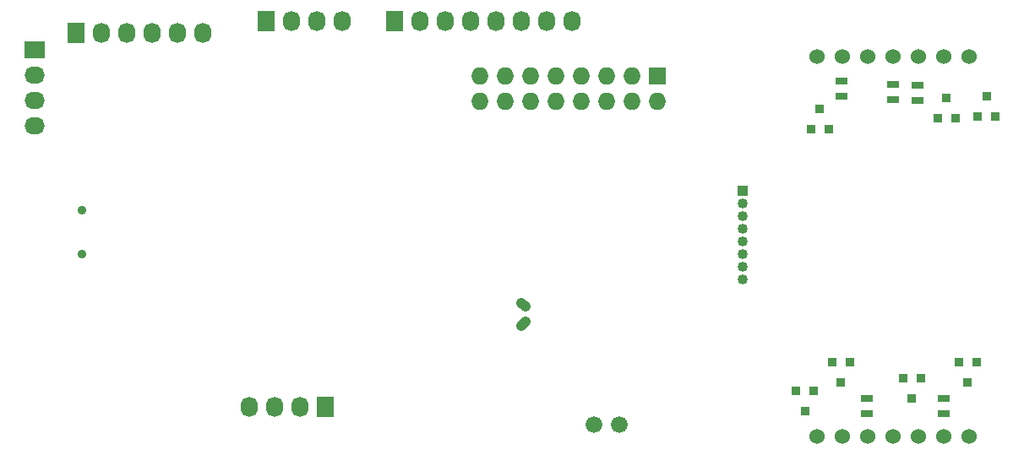
<source format=gbs>
%FSLAX46Y46*%
G04 Gerber Fmt 4.6, Leading zero omitted, Abs format (unit mm)*
G04 Created by KiCad (PCBNEW (2014-08-02 BZR 5044)-product) date 13.08.2014 13:27:26*
%MOMM*%
G01*
G04 APERTURE LIST*
%ADD10C,0.150000*%
%ADD11R,1.016000X1.016000*%
%ADD12C,1.016000*%
%ADD13C,0.899160*%
%ADD14C,1.676400*%
%ADD15R,1.727200X2.032000*%
%ADD16O,1.727200X2.032000*%
%ADD17R,2.032000X1.727200*%
%ADD18O,2.032000X1.727200*%
%ADD19R,1.727200X1.727200*%
%ADD20O,1.727200X1.727200*%
%ADD21R,1.143000X0.635000*%
%ADD22C,1.524000*%
%ADD23R,0.914400X0.914400*%
%ADD24C,1.000760*%
G04 APERTURE END LIST*
D10*
D11*
X86430000Y-33555000D03*
D12*
X86430000Y-34825000D03*
X86430000Y-36095000D03*
X86430000Y-37365000D03*
X86430000Y-38635000D03*
X86430000Y-39905000D03*
X86430000Y-41175000D03*
X86430000Y-42445000D03*
D13*
X20250900Y-35500360D03*
X20250900Y-39899640D03*
D14*
X71530000Y-57000000D03*
X74070000Y-57000000D03*
D15*
X38690000Y-16500000D03*
D16*
X41230000Y-16500000D03*
X43770000Y-16500000D03*
X46310000Y-16500000D03*
D17*
X15500000Y-19390000D03*
D18*
X15500000Y-21930000D03*
X15500000Y-24470000D03*
X15500000Y-27010000D03*
D19*
X77890000Y-22030000D03*
D20*
X77890000Y-24570000D03*
X75350000Y-22030000D03*
X75350000Y-24570000D03*
X72810000Y-22030000D03*
X72810000Y-24570000D03*
X70270000Y-22030000D03*
X70270000Y-24570000D03*
X67730000Y-22030000D03*
X67730000Y-24570000D03*
X65190000Y-22030000D03*
X65190000Y-24570000D03*
X62650000Y-22030000D03*
X62650000Y-24570000D03*
X60110000Y-22030000D03*
X60110000Y-24570000D03*
D15*
X19650000Y-17700000D03*
D16*
X22190000Y-17700000D03*
X24730000Y-17700000D03*
X27270000Y-17700000D03*
X29810000Y-17700000D03*
X32350000Y-17700000D03*
D21*
X96400000Y-24062000D03*
X96400000Y-22538000D03*
X98900000Y-54338000D03*
X98900000Y-55862000D03*
X101500000Y-24362000D03*
X101500000Y-22838000D03*
X104000000Y-24462000D03*
X104000000Y-22938000D03*
X106600000Y-54338000D03*
X106600000Y-55862000D03*
D22*
X93880000Y-58180000D03*
X96420000Y-58180000D03*
X98960000Y-58180000D03*
X101500000Y-58180000D03*
X104040000Y-58180000D03*
X106580000Y-58180000D03*
X109120000Y-58180000D03*
X109120000Y-20080000D03*
X106580000Y-20080000D03*
X104040000Y-20080000D03*
X101500000Y-20080000D03*
X98960000Y-20080000D03*
X96420000Y-20080000D03*
X93880000Y-20080000D03*
D23*
X106011000Y-26216000D03*
X107789000Y-26216000D03*
X106900000Y-24184000D03*
X93311000Y-27316000D03*
X95089000Y-27316000D03*
X94200000Y-25284000D03*
X110011000Y-26116000D03*
X111789000Y-26116000D03*
X110900000Y-24084000D03*
X104289000Y-52284000D03*
X102511000Y-52284000D03*
X103400000Y-54316000D03*
X93589000Y-53584000D03*
X91811000Y-53584000D03*
X92700000Y-55616000D03*
X109889000Y-50684000D03*
X108111000Y-50684000D03*
X109000000Y-52716000D03*
X97189000Y-50684000D03*
X95411000Y-50684000D03*
X96300000Y-52716000D03*
D15*
X51610000Y-16500000D03*
D16*
X54150000Y-16500000D03*
X56690000Y-16500000D03*
X59230000Y-16500000D03*
X61770000Y-16500000D03*
X64310000Y-16500000D03*
X66850000Y-16500000D03*
X69390000Y-16500000D03*
D15*
X44610000Y-55200000D03*
D16*
X42070000Y-55200000D03*
X39530000Y-55200000D03*
X36990000Y-55200000D03*
D24*
X64311155Y-44761855D02*
X64664977Y-45115677D01*
X64664977Y-46684323D02*
X64311155Y-47038145D01*
M02*

</source>
